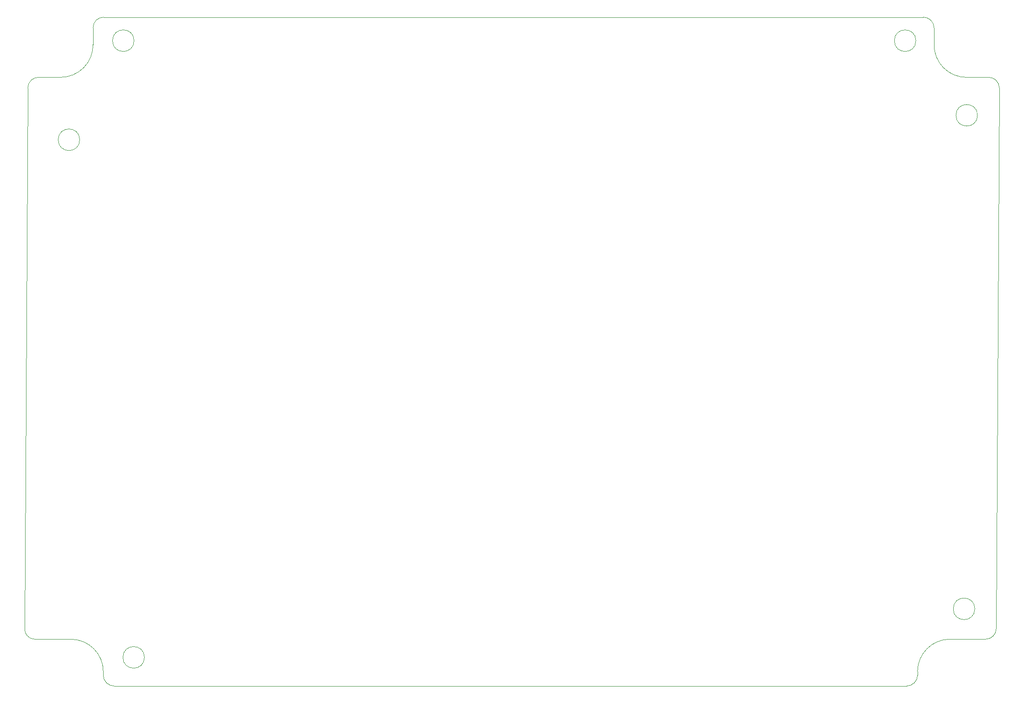
<source format=gko>
G75*
G70*
%OFA0B0*%
%FSLAX25Y25*%
%IPPOS*%
%LPD*%
%AMOC8*
5,1,8,0,0,1.08239X$1,22.5*
%
%ADD69C,0.00394*%
%ADD70C,0.00197*%
X0000000Y0000000D02*
%LPD*%
G01*
D69*
X0057421Y0010511D02*
X0057421Y0007913D01*
X0650748Y0471200D02*
G75*
G02*
X0635000Y0471200I-007874J0000000D01*
G01*
X0635000Y0471200D02*
G75*
G02*
X0650748Y0471200I0007874J0000000D01*
G01*
X0033799Y0034134D02*
G75*
G02*
X0057422Y0010511I0000000J-023622D01*
G01*
X0651910Y0007874D02*
X0651910Y0010551D01*
D70*
X0711693Y0436634D02*
X0709429Y0042008D01*
D69*
X0687638Y0444466D02*
G75*
G02*
X0664016Y0468405I0000000J0023624D01*
G01*
X0065335Y0000000D02*
G75*
G02*
X0057422Y0007913I0000000J0007913D01*
G01*
X0703858Y0444468D02*
G75*
G02*
X0711693Y0436634I0000000J-007835D01*
G01*
X0709429Y0042008D02*
G75*
G02*
X0701555Y0034134I-007874J0000000D01*
G01*
X0651910Y0007874D02*
G75*
G02*
X0644036Y0000000I-007874J0000000D01*
G01*
X0656142Y0488405D02*
G75*
G02*
X0664016Y0480531I0000000J-007874D01*
G01*
X0693760Y0056338D02*
G75*
G02*
X0678012Y0056338I-007874J0000000D01*
G01*
X0678012Y0056338D02*
G75*
G02*
X0693760Y0056338I0007874J0000000D01*
G01*
X0701555Y0034134D02*
X0675571Y0034185D01*
X0087461Y0020905D02*
G75*
G02*
X0071713Y0020905I-007874J0000000D01*
G01*
X0071713Y0020905D02*
G75*
G02*
X0087461Y0020905I0007874J0000000D01*
G01*
X0057677Y0488405D02*
X0656142Y0488405D01*
X0065335Y0000000D02*
X0644036Y0000000D01*
D70*
X0002264Y0436634D02*
X0000000Y0041614D01*
D69*
X0049921Y0480649D02*
G75*
G02*
X0057677Y0488405I0007756J0000000D01*
G01*
X0010118Y0444488D02*
X0026299Y0444488D01*
X0007481Y0034134D02*
G75*
G02*
X0000000Y0041614I0000000J0007480D01*
G01*
X0049921Y0468377D02*
G75*
G02*
X0026299Y0444488I-023622J-000266D01*
G01*
X0703858Y0444466D02*
X0687638Y0444466D01*
X0695729Y0416737D02*
G75*
G02*
X0679981Y0416737I-007874J0000000D01*
G01*
X0679981Y0416737D02*
G75*
G02*
X0695729Y0416737I0007874J0000000D01*
G01*
X0651910Y0010551D02*
G75*
G02*
X0675571Y0034185I0023726J-000092D01*
G01*
X0002264Y0436634D02*
G75*
G02*
X0010118Y0444488I0007854J0000000D01*
G01*
X0007481Y0034134D02*
X0033799Y0034134D01*
X0040217Y0398858D02*
G75*
G02*
X0024469Y0398858I-007874J0000000D01*
G01*
X0024469Y0398858D02*
G75*
G02*
X0040217Y0398858I0007874J0000000D01*
G01*
X0079882Y0471200D02*
G75*
G02*
X0064134Y0471200I-007874J0000000D01*
G01*
X0064134Y0471200D02*
G75*
G02*
X0079882Y0471200I0007874J0000000D01*
G01*
X0049921Y0480649D02*
X0049921Y0468377D01*
X0664016Y0480531D02*
X0664016Y0468405D01*
X0200689Y0266043D02*
G01*
G75*
X0615157Y0099409D02*
G01*
G75*
X0383858Y0241339D02*
G01*
G75*
X0206811Y0179875D02*
G01*
G75*
M02*

</source>
